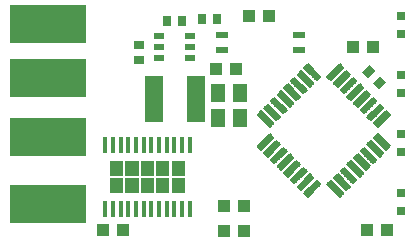
<source format=gbr>
G04 EAGLE Gerber RS-274X export*
G75*
%MOMM*%
%FSLAX34Y34*%
%LPD*%
%INSolderpaste Top*%
%IPPOS*%
%AMOC8*
5,1,8,0,0,1.08239X$1,22.5*%
G01*
%ADD10R,1.000000X0.500000*%
%ADD11C,0.137500*%
%ADD12R,1.498600X3.987800*%
%ADD13R,0.896100X0.517200*%
%ADD14R,1.000000X1.100000*%
%ADD15R,0.800000X0.800000*%
%ADD16R,0.900000X0.700000*%
%ADD17R,0.700000X0.900000*%
%ADD18R,6.451600X3.251200*%
%ADD19R,1.100000X1.000000*%
%ADD20R,1.300000X1.500000*%
%ADD21R,0.354800X1.454900*%

G36*
X166514Y61875D02*
X166514Y61875D01*
X166516Y61874D01*
X166559Y61894D01*
X166603Y61912D01*
X166603Y61914D01*
X166605Y61915D01*
X166638Y62000D01*
X166638Y74351D01*
X166637Y74353D01*
X166638Y74355D01*
X166618Y74398D01*
X166600Y74442D01*
X166598Y74442D01*
X166597Y74444D01*
X166512Y74477D01*
X155507Y74477D01*
X155505Y74476D01*
X155503Y74477D01*
X155460Y74457D01*
X155417Y74439D01*
X155416Y74437D01*
X155414Y74436D01*
X155381Y74351D01*
X155381Y62000D01*
X155382Y61998D01*
X155381Y61996D01*
X155401Y61953D01*
X155419Y61909D01*
X155421Y61909D01*
X155422Y61907D01*
X155507Y61874D01*
X166512Y61874D01*
X166514Y61875D01*
G37*
G36*
X140504Y61875D02*
X140504Y61875D01*
X140506Y61874D01*
X140549Y61894D01*
X140593Y61912D01*
X140594Y61914D01*
X140596Y61915D01*
X140629Y62000D01*
X140629Y74351D01*
X140628Y74353D01*
X140629Y74355D01*
X140609Y74398D01*
X140590Y74442D01*
X140588Y74442D01*
X140587Y74444D01*
X140502Y74477D01*
X129498Y74477D01*
X129496Y74476D01*
X129494Y74477D01*
X129451Y74457D01*
X129407Y74439D01*
X129406Y74437D01*
X129404Y74436D01*
X129371Y74351D01*
X129371Y62000D01*
X129372Y61998D01*
X129371Y61996D01*
X129391Y61953D01*
X129410Y61909D01*
X129412Y61909D01*
X129413Y61907D01*
X129498Y61874D01*
X140502Y61874D01*
X140504Y61875D01*
G37*
G36*
X114495Y61875D02*
X114495Y61875D01*
X114497Y61874D01*
X114540Y61894D01*
X114584Y61912D01*
X114584Y61914D01*
X114586Y61915D01*
X114619Y62000D01*
X114619Y74351D01*
X114618Y74353D01*
X114619Y74355D01*
X114599Y74398D01*
X114581Y74442D01*
X114579Y74442D01*
X114578Y74444D01*
X114493Y74477D01*
X103488Y74477D01*
X103486Y74476D01*
X103484Y74477D01*
X103441Y74457D01*
X103397Y74439D01*
X103397Y74437D01*
X103395Y74436D01*
X103362Y74351D01*
X103362Y62000D01*
X103363Y61998D01*
X103362Y61996D01*
X103382Y61953D01*
X103400Y61909D01*
X103402Y61909D01*
X103403Y61907D01*
X103488Y61874D01*
X114493Y61874D01*
X114495Y61875D01*
G37*
G36*
X166514Y47524D02*
X166514Y47524D01*
X166516Y47523D01*
X166559Y47543D01*
X166603Y47561D01*
X166603Y47563D01*
X166605Y47564D01*
X166638Y47649D01*
X166638Y60000D01*
X166637Y60002D01*
X166638Y60004D01*
X166618Y60047D01*
X166600Y60091D01*
X166598Y60091D01*
X166597Y60093D01*
X166512Y60126D01*
X155507Y60126D01*
X155505Y60125D01*
X155503Y60126D01*
X155460Y60106D01*
X155417Y60088D01*
X155416Y60086D01*
X155414Y60085D01*
X155381Y60000D01*
X155381Y47649D01*
X155382Y47647D01*
X155381Y47645D01*
X155401Y47602D01*
X155419Y47558D01*
X155421Y47558D01*
X155422Y47556D01*
X155507Y47523D01*
X166512Y47523D01*
X166514Y47524D01*
G37*
G36*
X140504Y47524D02*
X140504Y47524D01*
X140506Y47523D01*
X140549Y47543D01*
X140593Y47561D01*
X140594Y47563D01*
X140596Y47564D01*
X140629Y47649D01*
X140629Y60000D01*
X140628Y60002D01*
X140629Y60004D01*
X140609Y60047D01*
X140590Y60091D01*
X140588Y60091D01*
X140587Y60093D01*
X140502Y60126D01*
X129498Y60126D01*
X129496Y60125D01*
X129494Y60126D01*
X129451Y60106D01*
X129407Y60088D01*
X129406Y60086D01*
X129404Y60085D01*
X129371Y60000D01*
X129371Y47649D01*
X129372Y47647D01*
X129371Y47645D01*
X129391Y47602D01*
X129410Y47558D01*
X129412Y47558D01*
X129413Y47556D01*
X129498Y47523D01*
X140502Y47523D01*
X140504Y47524D01*
G37*
G36*
X114495Y47524D02*
X114495Y47524D01*
X114497Y47523D01*
X114540Y47543D01*
X114584Y47561D01*
X114584Y47563D01*
X114586Y47564D01*
X114619Y47649D01*
X114619Y60000D01*
X114618Y60002D01*
X114619Y60004D01*
X114599Y60047D01*
X114581Y60091D01*
X114579Y60091D01*
X114578Y60093D01*
X114493Y60126D01*
X103488Y60126D01*
X103486Y60125D01*
X103484Y60126D01*
X103441Y60106D01*
X103397Y60088D01*
X103397Y60086D01*
X103395Y60085D01*
X103362Y60000D01*
X103362Y47649D01*
X103363Y47647D01*
X103362Y47645D01*
X103382Y47602D01*
X103400Y47558D01*
X103402Y47558D01*
X103403Y47556D01*
X103488Y47523D01*
X114493Y47523D01*
X114495Y47524D01*
G37*
G36*
X153509Y61875D02*
X153509Y61875D01*
X153511Y61874D01*
X153554Y61894D01*
X153598Y61912D01*
X153599Y61914D01*
X153601Y61915D01*
X153633Y62000D01*
X153633Y74351D01*
X153633Y74353D01*
X153633Y74355D01*
X153614Y74398D01*
X153595Y74442D01*
X153593Y74442D01*
X153592Y74444D01*
X153507Y74477D01*
X142502Y74477D01*
X142500Y74476D01*
X142498Y74477D01*
X142455Y74457D01*
X142412Y74439D01*
X142411Y74437D01*
X142409Y74436D01*
X142376Y74351D01*
X142376Y62000D01*
X142377Y61998D01*
X142376Y61996D01*
X142396Y61953D01*
X142415Y61909D01*
X142417Y61909D01*
X142418Y61907D01*
X142502Y61874D01*
X153507Y61874D01*
X153509Y61875D01*
G37*
G36*
X127500Y61875D02*
X127500Y61875D01*
X127502Y61874D01*
X127545Y61894D01*
X127588Y61912D01*
X127589Y61914D01*
X127591Y61915D01*
X127624Y62000D01*
X127624Y74351D01*
X127623Y74353D01*
X127624Y74355D01*
X127604Y74398D01*
X127585Y74442D01*
X127583Y74442D01*
X127583Y74444D01*
X127498Y74477D01*
X116493Y74477D01*
X116491Y74476D01*
X116489Y74477D01*
X116446Y74457D01*
X116402Y74439D01*
X116401Y74437D01*
X116399Y74436D01*
X116367Y74351D01*
X116367Y62000D01*
X116367Y61998D01*
X116367Y61996D01*
X116387Y61953D01*
X116405Y61909D01*
X116407Y61909D01*
X116408Y61907D01*
X116493Y61874D01*
X127498Y61874D01*
X127500Y61875D01*
G37*
G36*
X153509Y47524D02*
X153509Y47524D01*
X153511Y47523D01*
X153554Y47543D01*
X153598Y47561D01*
X153599Y47563D01*
X153601Y47564D01*
X153633Y47649D01*
X153633Y60000D01*
X153633Y60002D01*
X153633Y60004D01*
X153614Y60047D01*
X153595Y60091D01*
X153593Y60091D01*
X153592Y60093D01*
X153507Y60126D01*
X142502Y60126D01*
X142500Y60125D01*
X142498Y60126D01*
X142455Y60106D01*
X142412Y60088D01*
X142411Y60086D01*
X142409Y60085D01*
X142376Y60000D01*
X142376Y47649D01*
X142377Y47647D01*
X142376Y47645D01*
X142396Y47602D01*
X142415Y47558D01*
X142417Y47558D01*
X142418Y47556D01*
X142502Y47523D01*
X153507Y47523D01*
X153509Y47524D01*
G37*
G36*
X127500Y47524D02*
X127500Y47524D01*
X127502Y47523D01*
X127545Y47543D01*
X127588Y47561D01*
X127589Y47563D01*
X127591Y47564D01*
X127624Y47649D01*
X127624Y60000D01*
X127623Y60002D01*
X127624Y60004D01*
X127604Y60047D01*
X127585Y60091D01*
X127583Y60091D01*
X127583Y60093D01*
X127498Y60126D01*
X116493Y60126D01*
X116491Y60125D01*
X116489Y60126D01*
X116446Y60106D01*
X116402Y60088D01*
X116401Y60086D01*
X116399Y60085D01*
X116367Y60000D01*
X116367Y47649D01*
X116367Y47647D01*
X116367Y47645D01*
X116387Y47602D01*
X116405Y47558D01*
X116407Y47558D01*
X116408Y47556D01*
X116493Y47523D01*
X127498Y47523D01*
X127500Y47524D01*
G37*
D10*
X263000Y168850D03*
X263000Y181550D03*
X198200Y181550D03*
X198200Y168850D03*
D11*
X241473Y94554D02*
X231132Y84213D01*
X228215Y87130D01*
X238556Y97471D01*
X241473Y94554D01*
X232438Y85519D02*
X229826Y85519D01*
X228520Y86825D02*
X233744Y86825D01*
X235050Y88131D02*
X229216Y88131D01*
X230522Y89437D02*
X236356Y89437D01*
X237662Y90743D02*
X231828Y90743D01*
X233134Y92049D02*
X238968Y92049D01*
X240274Y93355D02*
X234440Y93355D01*
X235746Y94661D02*
X241366Y94661D01*
X240060Y95967D02*
X237052Y95967D01*
X238358Y97273D02*
X238754Y97273D01*
X247130Y88897D02*
X236789Y78556D01*
X233872Y81473D01*
X244213Y91814D01*
X247130Y88897D01*
X238095Y79862D02*
X235483Y79862D01*
X234177Y81168D02*
X239401Y81168D01*
X240707Y82474D02*
X234873Y82474D01*
X236179Y83780D02*
X242013Y83780D01*
X243319Y85086D02*
X237485Y85086D01*
X238791Y86392D02*
X244625Y86392D01*
X245931Y87698D02*
X240097Y87698D01*
X241403Y89004D02*
X247023Y89004D01*
X245717Y90310D02*
X242709Y90310D01*
X244015Y91616D02*
X244411Y91616D01*
X252787Y83240D02*
X242446Y72899D01*
X239529Y75816D01*
X249870Y86157D01*
X252787Y83240D01*
X243752Y74205D02*
X241140Y74205D01*
X239834Y75511D02*
X245058Y75511D01*
X246364Y76817D02*
X240530Y76817D01*
X241836Y78123D02*
X247670Y78123D01*
X248976Y79429D02*
X243142Y79429D01*
X244448Y80735D02*
X250282Y80735D01*
X251588Y82041D02*
X245754Y82041D01*
X247060Y83347D02*
X252680Y83347D01*
X251374Y84653D02*
X248366Y84653D01*
X249672Y85959D02*
X250068Y85959D01*
X258444Y77583D02*
X248103Y67242D01*
X245186Y70159D01*
X255527Y80500D01*
X258444Y77583D01*
X249409Y68548D02*
X246797Y68548D01*
X245491Y69854D02*
X250715Y69854D01*
X252021Y71160D02*
X246187Y71160D01*
X247493Y72466D02*
X253327Y72466D01*
X254633Y73772D02*
X248799Y73772D01*
X250105Y75078D02*
X255939Y75078D01*
X257245Y76384D02*
X251411Y76384D01*
X252717Y77690D02*
X258337Y77690D01*
X257031Y78996D02*
X254023Y78996D01*
X255329Y80302D02*
X255725Y80302D01*
X264100Y71927D02*
X253759Y61586D01*
X250842Y64503D01*
X261183Y74844D01*
X264100Y71927D01*
X255065Y62892D02*
X252453Y62892D01*
X251147Y64198D02*
X256371Y64198D01*
X257677Y65504D02*
X251843Y65504D01*
X253149Y66810D02*
X258983Y66810D01*
X260289Y68116D02*
X254455Y68116D01*
X255761Y69422D02*
X261595Y69422D01*
X262901Y70728D02*
X257067Y70728D01*
X258373Y72034D02*
X263993Y72034D01*
X262687Y73340D02*
X259679Y73340D01*
X260985Y74646D02*
X261381Y74646D01*
X269757Y66270D02*
X259416Y55929D01*
X256499Y58846D01*
X266840Y69187D01*
X269757Y66270D01*
X260722Y57235D02*
X258110Y57235D01*
X256804Y58541D02*
X262028Y58541D01*
X263334Y59847D02*
X257500Y59847D01*
X258806Y61153D02*
X264640Y61153D01*
X265946Y62459D02*
X260112Y62459D01*
X261418Y63765D02*
X267252Y63765D01*
X268558Y65071D02*
X262724Y65071D01*
X264030Y66377D02*
X269650Y66377D01*
X268344Y67683D02*
X265336Y67683D01*
X266642Y68989D02*
X267038Y68989D01*
X275414Y60613D02*
X265073Y50272D01*
X262156Y53189D01*
X272497Y63530D01*
X275414Y60613D01*
X266379Y51578D02*
X263767Y51578D01*
X262461Y52884D02*
X267685Y52884D01*
X268991Y54190D02*
X263157Y54190D01*
X264463Y55496D02*
X270297Y55496D01*
X271603Y56802D02*
X265769Y56802D01*
X267075Y58108D02*
X272909Y58108D01*
X274215Y59414D02*
X268381Y59414D01*
X269687Y60720D02*
X275307Y60720D01*
X274001Y62026D02*
X270993Y62026D01*
X272299Y63332D02*
X272695Y63332D01*
X281071Y54956D02*
X270730Y44615D01*
X267813Y47532D01*
X278154Y57873D01*
X281071Y54956D01*
X272036Y45921D02*
X269424Y45921D01*
X268118Y47227D02*
X273342Y47227D01*
X274648Y48533D02*
X268814Y48533D01*
X270120Y49839D02*
X275954Y49839D01*
X277260Y51145D02*
X271426Y51145D01*
X272732Y52451D02*
X278566Y52451D01*
X279872Y53757D02*
X274038Y53757D01*
X275344Y55063D02*
X280964Y55063D01*
X279658Y56369D02*
X276650Y56369D01*
X277956Y57675D02*
X278352Y57675D01*
X329844Y103729D02*
X340185Y114070D01*
X329844Y103729D02*
X326927Y106646D01*
X337268Y116987D01*
X340185Y114070D01*
X331150Y105035D02*
X328538Y105035D01*
X327232Y106341D02*
X332456Y106341D01*
X333762Y107647D02*
X327928Y107647D01*
X329234Y108953D02*
X335068Y108953D01*
X336374Y110259D02*
X330540Y110259D01*
X331846Y111565D02*
X337680Y111565D01*
X338986Y112871D02*
X333152Y112871D01*
X334458Y114177D02*
X340078Y114177D01*
X338772Y115483D02*
X335764Y115483D01*
X337070Y116789D02*
X337466Y116789D01*
X334528Y119727D02*
X324187Y109386D01*
X321270Y112303D01*
X331611Y122644D01*
X334528Y119727D01*
X325493Y110692D02*
X322881Y110692D01*
X321575Y111998D02*
X326799Y111998D01*
X328105Y113304D02*
X322271Y113304D01*
X323577Y114610D02*
X329411Y114610D01*
X330717Y115916D02*
X324883Y115916D01*
X326189Y117222D02*
X332023Y117222D01*
X333329Y118528D02*
X327495Y118528D01*
X328801Y119834D02*
X334421Y119834D01*
X333115Y121140D02*
X330107Y121140D01*
X331413Y122446D02*
X331809Y122446D01*
X328871Y125384D02*
X318530Y115043D01*
X315613Y117960D01*
X325954Y128301D01*
X328871Y125384D01*
X319836Y116349D02*
X317224Y116349D01*
X315918Y117655D02*
X321142Y117655D01*
X322448Y118961D02*
X316614Y118961D01*
X317920Y120267D02*
X323754Y120267D01*
X325060Y121573D02*
X319226Y121573D01*
X320532Y122879D02*
X326366Y122879D01*
X327672Y124185D02*
X321838Y124185D01*
X323144Y125491D02*
X328764Y125491D01*
X327458Y126797D02*
X324450Y126797D01*
X325756Y128103D02*
X326152Y128103D01*
X323214Y131041D02*
X312873Y120700D01*
X309956Y123617D01*
X320297Y133958D01*
X323214Y131041D01*
X314179Y122006D02*
X311567Y122006D01*
X310261Y123312D02*
X315485Y123312D01*
X316791Y124618D02*
X310957Y124618D01*
X312263Y125924D02*
X318097Y125924D01*
X319403Y127230D02*
X313569Y127230D01*
X314875Y128536D02*
X320709Y128536D01*
X322015Y129842D02*
X316181Y129842D01*
X317487Y131148D02*
X323107Y131148D01*
X321801Y132454D02*
X318793Y132454D01*
X320099Y133760D02*
X320495Y133760D01*
X317558Y136697D02*
X307217Y126356D01*
X304300Y129273D01*
X314641Y139614D01*
X317558Y136697D01*
X308523Y127662D02*
X305911Y127662D01*
X304605Y128968D02*
X309829Y128968D01*
X311135Y130274D02*
X305301Y130274D01*
X306607Y131580D02*
X312441Y131580D01*
X313747Y132886D02*
X307913Y132886D01*
X309219Y134192D02*
X315053Y134192D01*
X316359Y135498D02*
X310525Y135498D01*
X311831Y136804D02*
X317451Y136804D01*
X316145Y138110D02*
X313137Y138110D01*
X314443Y139416D02*
X314839Y139416D01*
X311901Y142354D02*
X301560Y132013D01*
X298643Y134930D01*
X308984Y145271D01*
X311901Y142354D01*
X302866Y133319D02*
X300254Y133319D01*
X298948Y134625D02*
X304172Y134625D01*
X305478Y135931D02*
X299644Y135931D01*
X300950Y137237D02*
X306784Y137237D01*
X308090Y138543D02*
X302256Y138543D01*
X303562Y139849D02*
X309396Y139849D01*
X310702Y141155D02*
X304868Y141155D01*
X306174Y142461D02*
X311794Y142461D01*
X310488Y143767D02*
X307480Y143767D01*
X308786Y145073D02*
X309182Y145073D01*
X306244Y148011D02*
X295903Y137670D01*
X292986Y140587D01*
X303327Y150928D01*
X306244Y148011D01*
X297209Y138976D02*
X294597Y138976D01*
X293291Y140282D02*
X298515Y140282D01*
X299821Y141588D02*
X293987Y141588D01*
X295293Y142894D02*
X301127Y142894D01*
X302433Y144200D02*
X296599Y144200D01*
X297905Y145506D02*
X303739Y145506D01*
X305045Y146812D02*
X299211Y146812D01*
X300517Y148118D02*
X306137Y148118D01*
X304831Y149424D02*
X301823Y149424D01*
X303129Y150730D02*
X303525Y150730D01*
X300587Y153668D02*
X290246Y143327D01*
X287329Y146244D01*
X297670Y156585D01*
X300587Y153668D01*
X291552Y144633D02*
X288940Y144633D01*
X287634Y145939D02*
X292858Y145939D01*
X294164Y147245D02*
X288330Y147245D01*
X289636Y148551D02*
X295470Y148551D01*
X296776Y149857D02*
X290942Y149857D01*
X292248Y151163D02*
X298082Y151163D01*
X299388Y152469D02*
X293554Y152469D01*
X294860Y153775D02*
X300480Y153775D01*
X299174Y155081D02*
X296166Y155081D01*
X297472Y156387D02*
X297868Y156387D01*
X278154Y143327D02*
X267813Y153668D01*
X270730Y156585D01*
X281071Y146244D01*
X278154Y143327D01*
X279460Y144633D02*
X276848Y144633D01*
X275542Y145939D02*
X280766Y145939D01*
X280070Y147245D02*
X274236Y147245D01*
X272930Y148551D02*
X278764Y148551D01*
X277458Y149857D02*
X271624Y149857D01*
X270318Y151163D02*
X276152Y151163D01*
X274846Y152469D02*
X269012Y152469D01*
X267920Y153775D02*
X273540Y153775D01*
X272234Y155081D02*
X269226Y155081D01*
X270532Y156387D02*
X270928Y156387D01*
X262156Y148011D02*
X272497Y137670D01*
X262156Y148011D02*
X265073Y150928D01*
X275414Y140587D01*
X272497Y137670D01*
X273803Y138976D02*
X271191Y138976D01*
X269885Y140282D02*
X275109Y140282D01*
X274413Y141588D02*
X268579Y141588D01*
X267273Y142894D02*
X273107Y142894D01*
X271801Y144200D02*
X265967Y144200D01*
X264661Y145506D02*
X270495Y145506D01*
X269189Y146812D02*
X263355Y146812D01*
X262263Y148118D02*
X267883Y148118D01*
X266577Y149424D02*
X263569Y149424D01*
X264875Y150730D02*
X265271Y150730D01*
X256499Y142354D02*
X266840Y132013D01*
X256499Y142354D02*
X259416Y145271D01*
X269757Y134930D01*
X266840Y132013D01*
X268146Y133319D02*
X265534Y133319D01*
X264228Y134625D02*
X269452Y134625D01*
X268756Y135931D02*
X262922Y135931D01*
X261616Y137237D02*
X267450Y137237D01*
X266144Y138543D02*
X260310Y138543D01*
X259004Y139849D02*
X264838Y139849D01*
X263532Y141155D02*
X257698Y141155D01*
X256606Y142461D02*
X262226Y142461D01*
X260920Y143767D02*
X257912Y143767D01*
X259218Y145073D02*
X259614Y145073D01*
X250842Y136697D02*
X261183Y126356D01*
X250842Y136697D02*
X253759Y139614D01*
X264100Y129273D01*
X261183Y126356D01*
X262489Y127662D02*
X259877Y127662D01*
X258571Y128968D02*
X263795Y128968D01*
X263099Y130274D02*
X257265Y130274D01*
X255959Y131580D02*
X261793Y131580D01*
X260487Y132886D02*
X254653Y132886D01*
X253347Y134192D02*
X259181Y134192D01*
X257875Y135498D02*
X252041Y135498D01*
X250949Y136804D02*
X256569Y136804D01*
X255263Y138110D02*
X252255Y138110D01*
X253561Y139416D02*
X253957Y139416D01*
X245186Y131041D02*
X255527Y120700D01*
X245186Y131041D02*
X248103Y133958D01*
X258444Y123617D01*
X255527Y120700D01*
X256833Y122006D02*
X254221Y122006D01*
X252915Y123312D02*
X258139Y123312D01*
X257443Y124618D02*
X251609Y124618D01*
X250303Y125924D02*
X256137Y125924D01*
X254831Y127230D02*
X248997Y127230D01*
X247691Y128536D02*
X253525Y128536D01*
X252219Y129842D02*
X246385Y129842D01*
X245293Y131148D02*
X250913Y131148D01*
X249607Y132454D02*
X246599Y132454D01*
X247905Y133760D02*
X248301Y133760D01*
X239529Y125384D02*
X249870Y115043D01*
X239529Y125384D02*
X242446Y128301D01*
X252787Y117960D01*
X249870Y115043D01*
X251176Y116349D02*
X248564Y116349D01*
X247258Y117655D02*
X252482Y117655D01*
X251786Y118961D02*
X245952Y118961D01*
X244646Y120267D02*
X250480Y120267D01*
X249174Y121573D02*
X243340Y121573D01*
X242034Y122879D02*
X247868Y122879D01*
X246562Y124185D02*
X240728Y124185D01*
X239636Y125491D02*
X245256Y125491D01*
X243950Y126797D02*
X240942Y126797D01*
X242248Y128103D02*
X242644Y128103D01*
X233872Y119727D02*
X244213Y109386D01*
X233872Y119727D02*
X236789Y122644D01*
X247130Y112303D01*
X244213Y109386D01*
X245519Y110692D02*
X242907Y110692D01*
X241601Y111998D02*
X246825Y111998D01*
X246129Y113304D02*
X240295Y113304D01*
X238989Y114610D02*
X244823Y114610D01*
X243517Y115916D02*
X237683Y115916D01*
X236377Y117222D02*
X242211Y117222D01*
X240905Y118528D02*
X235071Y118528D01*
X233979Y119834D02*
X239599Y119834D01*
X238293Y121140D02*
X235285Y121140D01*
X236591Y122446D02*
X236987Y122446D01*
X228215Y114070D02*
X238556Y103729D01*
X228215Y114070D02*
X231132Y116987D01*
X241473Y106646D01*
X238556Y103729D01*
X239862Y105035D02*
X237250Y105035D01*
X235944Y106341D02*
X241168Y106341D01*
X240472Y107647D02*
X234638Y107647D01*
X233332Y108953D02*
X239166Y108953D01*
X237860Y110259D02*
X232026Y110259D01*
X230720Y111565D02*
X236554Y111565D01*
X235248Y112871D02*
X229414Y112871D01*
X228322Y114177D02*
X233942Y114177D01*
X232636Y115483D02*
X229628Y115483D01*
X230934Y116789D02*
X231330Y116789D01*
X287329Y54956D02*
X297670Y44615D01*
X287329Y54956D02*
X290246Y57873D01*
X300587Y47532D01*
X297670Y44615D01*
X298976Y45921D02*
X296364Y45921D01*
X295058Y47227D02*
X300282Y47227D01*
X299586Y48533D02*
X293752Y48533D01*
X292446Y49839D02*
X298280Y49839D01*
X296974Y51145D02*
X291140Y51145D01*
X289834Y52451D02*
X295668Y52451D01*
X294362Y53757D02*
X288528Y53757D01*
X287436Y55063D02*
X293056Y55063D01*
X291750Y56369D02*
X288742Y56369D01*
X290048Y57675D02*
X290444Y57675D01*
X292986Y60613D02*
X303327Y50272D01*
X292986Y60613D02*
X295903Y63530D01*
X306244Y53189D01*
X303327Y50272D01*
X304633Y51578D02*
X302021Y51578D01*
X300715Y52884D02*
X305939Y52884D01*
X305243Y54190D02*
X299409Y54190D01*
X298103Y55496D02*
X303937Y55496D01*
X302631Y56802D02*
X296797Y56802D01*
X295491Y58108D02*
X301325Y58108D01*
X300019Y59414D02*
X294185Y59414D01*
X293093Y60720D02*
X298713Y60720D01*
X297407Y62026D02*
X294399Y62026D01*
X295705Y63332D02*
X296101Y63332D01*
X298643Y66270D02*
X308984Y55929D01*
X298643Y66270D02*
X301560Y69187D01*
X311901Y58846D01*
X308984Y55929D01*
X310290Y57235D02*
X307678Y57235D01*
X306372Y58541D02*
X311596Y58541D01*
X310900Y59847D02*
X305066Y59847D01*
X303760Y61153D02*
X309594Y61153D01*
X308288Y62459D02*
X302454Y62459D01*
X301148Y63765D02*
X306982Y63765D01*
X305676Y65071D02*
X299842Y65071D01*
X298750Y66377D02*
X304370Y66377D01*
X303064Y67683D02*
X300056Y67683D01*
X301362Y68989D02*
X301758Y68989D01*
X304300Y71927D02*
X314641Y61586D01*
X304300Y71927D02*
X307217Y74844D01*
X317558Y64503D01*
X314641Y61586D01*
X315947Y62892D02*
X313335Y62892D01*
X312029Y64198D02*
X317253Y64198D01*
X316557Y65504D02*
X310723Y65504D01*
X309417Y66810D02*
X315251Y66810D01*
X313945Y68116D02*
X308111Y68116D01*
X306805Y69422D02*
X312639Y69422D01*
X311333Y70728D02*
X305499Y70728D01*
X304407Y72034D02*
X310027Y72034D01*
X308721Y73340D02*
X305713Y73340D01*
X307019Y74646D02*
X307415Y74646D01*
X309956Y77583D02*
X320297Y67242D01*
X309956Y77583D02*
X312873Y80500D01*
X323214Y70159D01*
X320297Y67242D01*
X321603Y68548D02*
X318991Y68548D01*
X317685Y69854D02*
X322909Y69854D01*
X322213Y71160D02*
X316379Y71160D01*
X315073Y72466D02*
X320907Y72466D01*
X319601Y73772D02*
X313767Y73772D01*
X312461Y75078D02*
X318295Y75078D01*
X316989Y76384D02*
X311155Y76384D01*
X310063Y77690D02*
X315683Y77690D01*
X314377Y78996D02*
X311369Y78996D01*
X312675Y80302D02*
X313071Y80302D01*
X315613Y83240D02*
X325954Y72899D01*
X315613Y83240D02*
X318530Y86157D01*
X328871Y75816D01*
X325954Y72899D01*
X327260Y74205D02*
X324648Y74205D01*
X323342Y75511D02*
X328566Y75511D01*
X327870Y76817D02*
X322036Y76817D01*
X320730Y78123D02*
X326564Y78123D01*
X325258Y79429D02*
X319424Y79429D01*
X318118Y80735D02*
X323952Y80735D01*
X322646Y82041D02*
X316812Y82041D01*
X315720Y83347D02*
X321340Y83347D01*
X320034Y84653D02*
X317026Y84653D01*
X318332Y85959D02*
X318728Y85959D01*
X321270Y88897D02*
X331611Y78556D01*
X321270Y88897D02*
X324187Y91814D01*
X334528Y81473D01*
X331611Y78556D01*
X332917Y79862D02*
X330305Y79862D01*
X328999Y81168D02*
X334223Y81168D01*
X333527Y82474D02*
X327693Y82474D01*
X326387Y83780D02*
X332221Y83780D01*
X330915Y85086D02*
X325081Y85086D01*
X323775Y86392D02*
X329609Y86392D01*
X328303Y87698D02*
X322469Y87698D01*
X321377Y89004D02*
X326997Y89004D01*
X325691Y90310D02*
X322683Y90310D01*
X323989Y91616D02*
X324385Y91616D01*
X326927Y94554D02*
X337268Y84213D01*
X326927Y94554D02*
X329844Y97471D01*
X340185Y87130D01*
X337268Y84213D01*
X338574Y85519D02*
X335962Y85519D01*
X334656Y86825D02*
X339880Y86825D01*
X339184Y88131D02*
X333350Y88131D01*
X332044Y89437D02*
X337878Y89437D01*
X336572Y90743D02*
X330738Y90743D01*
X329432Y92049D02*
X335266Y92049D01*
X333960Y93355D02*
X328126Y93355D01*
X327034Y94661D02*
X332654Y94661D01*
X331348Y95967D02*
X328340Y95967D01*
X329646Y97273D02*
X330042Y97273D01*
D12*
X176400Y127700D03*
X140400Y127700D03*
D13*
X171090Y162000D03*
X171090Y171500D03*
X171090Y181000D03*
X145111Y181000D03*
X145111Y171500D03*
X145111Y162000D03*
D14*
X209900Y153000D03*
X192900Y153000D03*
X320500Y16400D03*
X337500Y16400D03*
X221100Y197800D03*
X238100Y197800D03*
D15*
X350000Y197500D03*
X350000Y182500D03*
X350000Y147500D03*
X350000Y132500D03*
X350000Y97500D03*
X350000Y82500D03*
X350000Y47500D03*
X350000Y32500D03*
D16*
X128000Y173000D03*
X128000Y160000D03*
D14*
X325700Y171200D03*
X308700Y171200D03*
D17*
X181100Y195400D03*
X194100Y195400D03*
D14*
X199400Y15800D03*
X216400Y15800D03*
X199400Y36500D03*
X216400Y36500D03*
D18*
X50800Y38100D03*
X50800Y94900D03*
X50800Y190500D03*
X50800Y144700D03*
D17*
X151500Y193000D03*
X164500Y193000D03*
D19*
X114000Y16000D03*
X97000Y16000D03*
D20*
X194500Y132000D03*
X213500Y132000D03*
X194500Y111000D03*
X213500Y111000D03*
D17*
G36*
X321697Y144940D02*
X316748Y149889D01*
X323111Y156252D01*
X328060Y151303D01*
X321697Y144940D01*
G37*
G36*
X330889Y135748D02*
X325940Y140697D01*
X332303Y147060D01*
X337252Y142111D01*
X330889Y135748D01*
G37*
D21*
X99250Y33787D03*
X105750Y33787D03*
X112250Y33787D03*
X118750Y33787D03*
X125250Y33787D03*
X131750Y33787D03*
X138250Y33787D03*
X144750Y33787D03*
X151250Y33787D03*
X157750Y33787D03*
X164250Y33787D03*
X170750Y33787D03*
X170750Y88213D03*
X164250Y88213D03*
X157750Y88213D03*
X151250Y88213D03*
X144750Y88213D03*
X138250Y88213D03*
X131750Y88213D03*
X125250Y88213D03*
X118750Y88213D03*
X112250Y88213D03*
X105750Y88213D03*
X99250Y88213D03*
M02*

</source>
